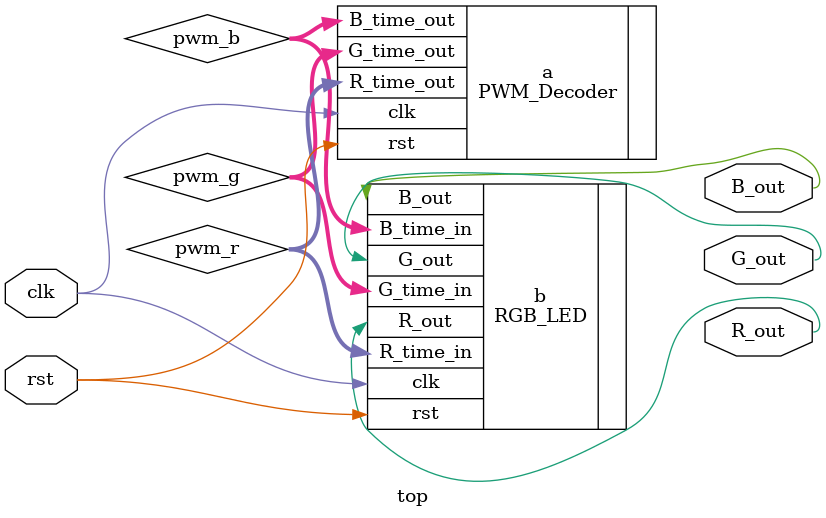
<source format=v>
module top(
    input   clk   ,
    input   rst   ,
    output  R_out,G_out,B_out
    );
    
    wire [7:0] pwm_r;
	wire [7:0] pwm_g;
	wire [7:0] pwm_b;
    
  PWM_Decoder a(
		.clk (clk),
		.rst (rst),
		.R_time_out (pwm_r),
		.G_time_out (pwm_g),
		.B_time_out (pwm_b)
);
    RGB_LED b(
        .clk (clk),		
        .rst (rst),
		.R_time_in (pwm_r),
		.G_time_in (pwm_g),
		.B_time_in (pwm_b),
		.R_out (R_out),
		.G_out (G_out),
		.B_out (B_out)
);
    
    
    
endmodule

</source>
